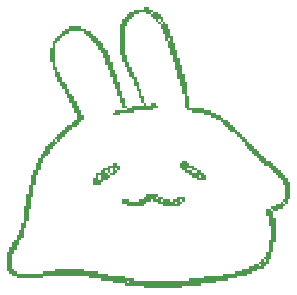
<source format=gbr>
%TF.GenerationSoftware,Altium Limited,Altium Designer,20.1.12 (249)*%
G04 Layer_Color=32896*
%FSLAX26Y26*%
%MOIN*%
%TF.SameCoordinates,640B0342-330B-4233-912D-79817A26F3FE*%
%TF.FilePolarity,Positive*%
%TF.FileFunction,Legend,Bot*%
%TF.Part,Single*%
G01*
G75*
G36*
X1277433Y1346236D02*
X1285433D01*
Y1338236D01*
Y1330236D01*
X1277433D01*
Y1338236D01*
X1269433D01*
Y1330236D01*
X1277433D01*
Y1322236D01*
X1269433D01*
Y1314236D01*
X1253433D01*
Y1322236D01*
X1245433D01*
Y1330236D01*
X1237433D01*
Y1322236D01*
X1245433D01*
Y1314236D01*
X1253433D01*
Y1306236D01*
X1245433D01*
Y1298236D01*
X1229433D01*
Y1290236D01*
X1221433D01*
Y1282236D01*
X1197433D01*
Y1290236D01*
Y1298236D01*
Y1306236D01*
X1205433D01*
Y1314236D01*
Y1322236D01*
X1221433D01*
Y1330236D01*
X1229433D01*
Y1338236D01*
X1245433D01*
Y1346236D01*
X1261433D01*
Y1354236D01*
X1277433D01*
Y1346236D01*
D02*
G37*
G36*
X1509433Y1354236D02*
X1517433D01*
Y1346236D01*
X1533433D01*
Y1338236D01*
X1541433D01*
Y1330236D01*
X1557433D01*
Y1322236D01*
X1565433D01*
Y1314236D01*
X1573433D01*
Y1306236D01*
Y1298236D01*
X1541433D01*
Y1306236D01*
X1525433D01*
Y1314236D01*
X1517433D01*
Y1322236D01*
X1501433D01*
Y1330236D01*
X1493433D01*
Y1338236D01*
X1485433D01*
Y1346236D01*
Y1354236D01*
X1493433D01*
Y1362236D01*
X1509433D01*
Y1354236D01*
D02*
G37*
G36*
X1413433Y1242236D02*
X1429433D01*
Y1234236D01*
X1453433D01*
Y1226236D01*
X1461433D01*
Y1234236D01*
X1477433D01*
Y1242236D01*
X1501433D01*
Y1234236D01*
Y1226236D01*
X1493433D01*
Y1234236D01*
X1485433D01*
Y1226236D01*
X1493433D01*
Y1218236D01*
X1485433D01*
Y1210236D01*
X1429433D01*
Y1218236D01*
X1413433D01*
Y1226236D01*
X1397433D01*
Y1234236D01*
X1389433D01*
Y1226236D01*
X1373433D01*
Y1218236D01*
X1365433D01*
Y1210236D01*
X1309433D01*
Y1218236D01*
X1293433D01*
Y1226236D01*
Y1234236D01*
X1317433D01*
Y1226236D01*
X1349433D01*
Y1234236D01*
X1365433D01*
Y1242236D01*
X1373433D01*
Y1250236D01*
X1413433D01*
Y1242236D01*
D02*
G37*
G36*
X1381433Y1866236D02*
X1397433D01*
Y1858236D01*
X1413433D01*
Y1850236D01*
X1421433D01*
Y1842236D01*
X1429433D01*
Y1834236D01*
Y1826236D01*
X1437433D01*
Y1818236D01*
X1445433D01*
Y1810236D01*
Y1802236D01*
X1453433D01*
Y1794236D01*
Y1786236D01*
Y1778236D01*
X1461433D01*
Y1770236D01*
Y1762236D01*
Y1754236D01*
X1469433D01*
Y1746236D01*
Y1738236D01*
Y1730236D01*
X1477433D01*
Y1722236D01*
Y1714236D01*
Y1706236D01*
X1485433D01*
Y1698236D01*
Y1690236D01*
Y1682236D01*
X1493433D01*
Y1674236D01*
Y1666236D01*
Y1658236D01*
Y1650236D01*
X1501433D01*
Y1642236D01*
Y1634236D01*
Y1626236D01*
X1509433D01*
Y1618236D01*
Y1610236D01*
Y1602236D01*
Y1594236D01*
Y1586236D01*
Y1578236D01*
X1517433D01*
Y1570236D01*
Y1562236D01*
Y1554236D01*
Y1546236D01*
Y1538236D01*
X1565433D01*
Y1530236D01*
X1589433D01*
Y1522236D01*
X1605433D01*
Y1514236D01*
X1621433D01*
Y1506236D01*
X1629433D01*
Y1498236D01*
X1645433D01*
Y1490236D01*
X1653433D01*
Y1482236D01*
X1661433D01*
Y1474236D01*
X1669433D01*
Y1466236D01*
X1677433D01*
Y1458236D01*
X1685433D01*
Y1450236D01*
X1693433D01*
Y1442236D01*
X1701433D01*
Y1434236D01*
X1709433D01*
Y1426236D01*
X1717433D01*
Y1418236D01*
X1725433D01*
Y1410236D01*
X1733433D01*
Y1402236D01*
X1741433D01*
Y1394236D01*
X1749433D01*
Y1386236D01*
X1757433D01*
Y1378236D01*
X1765433D01*
Y1370236D01*
X1773433D01*
Y1362236D01*
X1789433D01*
Y1354236D01*
X1797433D01*
Y1346236D01*
X1805433D01*
Y1338236D01*
X1813433D01*
Y1330236D01*
X1821433D01*
Y1322236D01*
X1829433D01*
Y1314236D01*
X1837433D01*
Y1306236D01*
X1845433D01*
Y1298236D01*
Y1290236D01*
X1853433D01*
Y1282236D01*
Y1274236D01*
Y1266236D01*
Y1258236D01*
Y1250236D01*
Y1242236D01*
Y1234236D01*
X1845433D01*
Y1226236D01*
Y1218236D01*
X1837433D01*
Y1226236D01*
X1829433D01*
Y1234236D01*
X1837433D01*
Y1242236D01*
Y1250236D01*
Y1258236D01*
Y1266236D01*
Y1274236D01*
Y1282236D01*
X1829433D01*
Y1290236D01*
Y1298236D01*
X1821433D01*
Y1306236D01*
X1813433D01*
Y1314236D01*
X1805433D01*
Y1322236D01*
X1797433D01*
Y1330236D01*
X1789433D01*
Y1338236D01*
X1781433D01*
Y1346236D01*
X1765433D01*
Y1354236D01*
X1757433D01*
Y1362236D01*
X1749433D01*
Y1370236D01*
X1741433D01*
Y1378236D01*
X1733433D01*
Y1386236D01*
X1725433D01*
Y1394236D01*
X1717433D01*
Y1402236D01*
X1709433D01*
Y1410236D01*
X1701433D01*
Y1418236D01*
Y1426236D01*
X1693433D01*
Y1434236D01*
X1685433D01*
Y1442236D01*
X1677433D01*
Y1450236D01*
X1669433D01*
Y1458236D01*
X1653433D01*
Y1466236D01*
X1645433D01*
Y1474236D01*
X1637433D01*
Y1482236D01*
X1629433D01*
Y1490236D01*
X1621433D01*
Y1498236D01*
X1605433D01*
Y1506236D01*
X1589433D01*
Y1514236D01*
X1565433D01*
Y1522236D01*
X1525433D01*
Y1530236D01*
X1509433D01*
Y1538236D01*
X1501433D01*
Y1546236D01*
Y1554236D01*
Y1562236D01*
Y1570236D01*
Y1578236D01*
Y1586236D01*
X1493433D01*
Y1594236D01*
Y1602236D01*
Y1610236D01*
X1485433D01*
Y1618236D01*
Y1626236D01*
Y1634236D01*
X1477433D01*
Y1642236D01*
Y1650236D01*
Y1658236D01*
Y1666236D01*
X1469433D01*
Y1674236D01*
Y1682236D01*
Y1690236D01*
X1461433D01*
Y1698236D01*
Y1706236D01*
Y1714236D01*
X1453433D01*
Y1722236D01*
Y1730236D01*
Y1738236D01*
X1445433D01*
Y1746236D01*
Y1754236D01*
Y1762236D01*
X1437433D01*
Y1770236D01*
Y1778236D01*
Y1786236D01*
X1429433D01*
Y1794236D01*
Y1802236D01*
X1421433D01*
Y1810236D01*
Y1818236D01*
X1413433D01*
Y1826236D01*
X1405433D01*
Y1834236D01*
X1397433D01*
Y1842236D01*
X1389433D01*
Y1850236D01*
X1373433D01*
Y1858236D01*
X1349433D01*
Y1850236D01*
X1333433D01*
Y1842236D01*
X1325433D01*
Y1834236D01*
X1317433D01*
Y1826236D01*
X1309433D01*
Y1818236D01*
Y1810236D01*
X1301433D01*
Y1802236D01*
Y1794236D01*
Y1786236D01*
Y1778236D01*
Y1770236D01*
Y1762236D01*
Y1754236D01*
Y1746236D01*
Y1738236D01*
Y1730236D01*
Y1722236D01*
Y1714236D01*
X1309433D01*
Y1706236D01*
Y1698236D01*
Y1690236D01*
X1317433D01*
Y1682236D01*
Y1674236D01*
X1325433D01*
Y1666236D01*
Y1658236D01*
X1333433D01*
Y1650236D01*
Y1642236D01*
X1341433D01*
Y1634236D01*
Y1626236D01*
X1349433D01*
Y1618236D01*
Y1610236D01*
Y1602236D01*
X1357433D01*
Y1594236D01*
Y1586236D01*
Y1578236D01*
X1365433D01*
Y1570236D01*
Y1562236D01*
Y1554236D01*
X1373433D01*
Y1546236D01*
X1389433D01*
Y1554236D01*
X1405433D01*
Y1546236D01*
X1413433D01*
Y1538236D01*
X1397433D01*
Y1530236D01*
X1333433D01*
Y1522236D01*
X1285433D01*
Y1514236D01*
X1261433D01*
Y1522236D01*
X1269433D01*
Y1530236D01*
X1309433D01*
Y1538236D01*
X1293433D01*
Y1546236D01*
Y1554236D01*
X1285433D01*
Y1562236D01*
Y1570236D01*
Y1578236D01*
X1277433D01*
Y1586236D01*
Y1594236D01*
Y1602236D01*
X1269433D01*
Y1610236D01*
Y1618236D01*
X1261433D01*
Y1626236D01*
Y1634236D01*
Y1642236D01*
X1253433D01*
Y1650236D01*
Y1658236D01*
Y1666236D01*
X1245433D01*
Y1674236D01*
Y1682236D01*
X1237433D01*
Y1690236D01*
Y1698236D01*
Y1706236D01*
X1229433D01*
Y1714236D01*
Y1722236D01*
X1221433D01*
Y1730236D01*
X1213433D01*
Y1738236D01*
Y1746236D01*
X1205433D01*
Y1754236D01*
X1197433D01*
Y1762236D01*
X1189433D01*
Y1770236D01*
X1181433D01*
Y1778236D01*
X1173433D01*
Y1786236D01*
X1165433D01*
Y1794236D01*
X1117433D01*
Y1786236D01*
X1101433D01*
Y1778236D01*
X1093433D01*
Y1770236D01*
X1085433D01*
Y1762236D01*
X1077433D01*
Y1754236D01*
X1069433D01*
Y1746236D01*
Y1738236D01*
Y1730236D01*
Y1722236D01*
Y1714236D01*
Y1706236D01*
Y1698236D01*
Y1690236D01*
Y1682236D01*
Y1674236D01*
X1077433D01*
Y1666236D01*
Y1658236D01*
X1085433D01*
Y1650236D01*
Y1642236D01*
X1093433D01*
Y1634236D01*
Y1626236D01*
X1101433D01*
Y1618236D01*
X1109433D01*
Y1610236D01*
Y1602236D01*
X1117433D01*
Y1594236D01*
Y1586236D01*
X1125433D01*
Y1578236D01*
X1133433D01*
Y1570236D01*
Y1562236D01*
X1141433D01*
Y1554236D01*
Y1546236D01*
X1149433D01*
Y1538236D01*
Y1530236D01*
X1157433D01*
Y1522236D01*
Y1514236D01*
X1165433D01*
Y1506236D01*
Y1498236D01*
X1157433D01*
Y1490236D01*
X1149433D01*
Y1482236D01*
X1141433D01*
Y1474236D01*
X1125433D01*
Y1466236D01*
X1117433D01*
Y1458236D01*
X1109433D01*
Y1450236D01*
X1101433D01*
Y1442236D01*
X1093433D01*
Y1434236D01*
X1085433D01*
Y1426236D01*
X1077433D01*
Y1434236D01*
X1069433D01*
Y1442236D01*
X1077433D01*
Y1450236D01*
X1085433D01*
Y1458236D01*
X1093433D01*
Y1466236D01*
X1101433D01*
Y1474236D01*
X1109433D01*
Y1482236D01*
X1125433D01*
Y1490236D01*
X1133433D01*
Y1498236D01*
X1141433D01*
Y1506236D01*
Y1514236D01*
Y1522236D01*
X1133433D01*
Y1530236D01*
Y1538236D01*
X1125433D01*
Y1546236D01*
Y1554236D01*
X1117433D01*
Y1562236D01*
Y1570236D01*
X1109433D01*
Y1578236D01*
Y1586236D01*
X1101433D01*
Y1594236D01*
Y1602236D01*
X1093433D01*
Y1610236D01*
X1085433D01*
Y1618236D01*
Y1626236D01*
X1077433D01*
Y1634236D01*
Y1642236D01*
X1069433D01*
Y1650236D01*
Y1658236D01*
Y1666236D01*
X1061433D01*
Y1674236D01*
Y1682236D01*
Y1690236D01*
X1053433D01*
Y1698236D01*
Y1706236D01*
Y1714236D01*
Y1722236D01*
Y1730236D01*
Y1738236D01*
X1061433D01*
Y1746236D01*
Y1754236D01*
Y1762236D01*
X1069433D01*
Y1770236D01*
X1077433D01*
Y1778236D01*
X1085433D01*
Y1786236D01*
X1093433D01*
Y1794236D01*
X1101433D01*
Y1802236D01*
X1117433D01*
Y1810236D01*
X1157433D01*
Y1802236D01*
X1173433D01*
Y1794236D01*
X1189433D01*
Y1786236D01*
X1197433D01*
Y1778236D01*
X1205433D01*
Y1770236D01*
X1213433D01*
Y1762236D01*
X1221433D01*
Y1754236D01*
X1229433D01*
Y1746236D01*
Y1738236D01*
X1237433D01*
Y1730236D01*
X1245433D01*
Y1722236D01*
Y1714236D01*
X1253433D01*
Y1706236D01*
Y1698236D01*
Y1690236D01*
X1261433D01*
Y1682236D01*
Y1674236D01*
Y1666236D01*
X1269433D01*
Y1658236D01*
Y1650236D01*
X1277433D01*
Y1642236D01*
Y1634236D01*
Y1626236D01*
X1285433D01*
Y1618236D01*
Y1610236D01*
Y1602236D01*
Y1594236D01*
X1293433D01*
Y1586236D01*
Y1578236D01*
Y1570236D01*
X1301433D01*
Y1562236D01*
Y1554236D01*
Y1546236D01*
X1309433D01*
Y1538236D01*
X1325433D01*
Y1546236D01*
X1365433D01*
Y1554236D01*
X1357433D01*
Y1562236D01*
Y1570236D01*
X1349433D01*
Y1578236D01*
Y1586236D01*
Y1594236D01*
X1341433D01*
Y1602236D01*
Y1610236D01*
X1333433D01*
Y1618236D01*
Y1626236D01*
Y1634236D01*
X1325433D01*
Y1642236D01*
X1317433D01*
Y1650236D01*
Y1658236D01*
X1309433D01*
Y1666236D01*
Y1674236D01*
X1301433D01*
Y1682236D01*
Y1690236D01*
X1293433D01*
Y1698236D01*
Y1706236D01*
Y1714236D01*
X1285433D01*
Y1722236D01*
Y1730236D01*
Y1738236D01*
Y1746236D01*
Y1754236D01*
Y1762236D01*
Y1770236D01*
Y1778236D01*
Y1786236D01*
Y1794236D01*
Y1802236D01*
Y1810236D01*
Y1818236D01*
X1293433D01*
Y1826236D01*
Y1834236D01*
X1301433D01*
Y1842236D01*
X1309433D01*
Y1850236D01*
X1317433D01*
Y1858236D01*
X1333433D01*
Y1866236D01*
X1365433D01*
Y1874236D01*
X1381433D01*
Y1866236D01*
D02*
G37*
G36*
X1829433Y1218236D02*
X1837433D01*
Y1210236D01*
X1829433D01*
Y1202236D01*
X1813433D01*
Y1194236D01*
X1797433D01*
Y1202236D01*
X1789433D01*
Y1210236D01*
X1805433D01*
Y1218236D01*
X1821433D01*
Y1226236D01*
X1829433D01*
Y1218236D01*
D02*
G37*
G36*
X1069433Y1426236D02*
X1077433D01*
Y1418236D01*
X1069433D01*
Y1410236D01*
X1061433D01*
Y1402236D01*
X1053433D01*
Y1394236D01*
Y1386236D01*
X1045433D01*
Y1378236D01*
X1037433D01*
Y1370236D01*
X1029433D01*
Y1362236D01*
Y1354236D01*
X1021433D01*
Y1346236D01*
Y1338236D01*
Y1330236D01*
X1013433D01*
Y1322236D01*
Y1314236D01*
X1005433D01*
Y1306236D01*
Y1298236D01*
Y1290236D01*
Y1282236D01*
X997433D01*
Y1274236D01*
Y1266236D01*
Y1258236D01*
Y1250236D01*
Y1242236D01*
X989433D01*
Y1234236D01*
Y1226236D01*
Y1218236D01*
Y1210236D01*
Y1202236D01*
X981433D01*
Y1194236D01*
Y1186236D01*
Y1178236D01*
Y1170236D01*
Y1162236D01*
X973433D01*
Y1154236D01*
Y1146236D01*
Y1138236D01*
X965433D01*
Y1130236D01*
Y1122236D01*
Y1114236D01*
Y1106236D01*
X957433D01*
Y1098236D01*
X949433D01*
Y1090236D01*
Y1082236D01*
X941433D01*
Y1074236D01*
Y1066236D01*
X933433D01*
Y1058236D01*
Y1050236D01*
X925433D01*
Y1042236D01*
Y1034236D01*
Y1026236D01*
Y1018236D01*
Y1010236D01*
Y1002236D01*
X933433D01*
Y994236D01*
X941433D01*
Y986236D01*
X1029433D01*
Y994236D01*
X1069433D01*
Y1002236D01*
X1165433D01*
Y994236D01*
X1213433D01*
Y986236D01*
X1245433D01*
Y978236D01*
X1301433D01*
Y970236D01*
X1333433D01*
Y962236D01*
X1517433D01*
Y970236D01*
X1565433D01*
Y978236D01*
X1629433D01*
Y986236D01*
X1669433D01*
Y994236D01*
X1693433D01*
Y1002236D01*
X1717433D01*
Y1010236D01*
X1733433D01*
Y1018236D01*
X1749433D01*
Y1010236D01*
X1757433D01*
Y1018236D01*
X1749433D01*
Y1026236D01*
X1757433D01*
Y1034236D01*
X1765433D01*
Y1026236D01*
X1773433D01*
Y1034236D01*
X1765433D01*
Y1042236D01*
X1773433D01*
Y1050236D01*
Y1058236D01*
X1781433D01*
Y1066236D01*
Y1074236D01*
Y1082236D01*
Y1090236D01*
Y1098236D01*
X1789433D01*
Y1106236D01*
Y1114236D01*
Y1122236D01*
Y1130236D01*
Y1138236D01*
Y1146236D01*
X1781433D01*
Y1154236D01*
Y1162236D01*
Y1170236D01*
Y1178236D01*
X1773433D01*
Y1186236D01*
Y1194236D01*
Y1202236D01*
X1789433D01*
Y1194236D01*
X1797433D01*
Y1186236D01*
Y1178236D01*
Y1170236D01*
X1805433D01*
Y1162236D01*
Y1154236D01*
Y1146236D01*
Y1138236D01*
Y1130236D01*
Y1122236D01*
Y1114236D01*
Y1106236D01*
Y1098236D01*
Y1090236D01*
X1797433D01*
Y1082236D01*
Y1074236D01*
Y1066236D01*
Y1058236D01*
X1789433D01*
Y1050236D01*
Y1042236D01*
Y1034236D01*
X1781433D01*
Y1026236D01*
Y1018236D01*
X1773433D01*
Y1010236D01*
X1765433D01*
Y1002236D01*
X1741433D01*
Y994236D01*
X1725433D01*
Y986236D01*
X1709433D01*
Y978236D01*
X1677433D01*
Y970236D01*
X1645433D01*
Y962236D01*
X1605433D01*
Y954236D01*
X1557433D01*
Y946236D01*
X1493433D01*
Y938236D01*
X1365433D01*
Y946236D01*
X1301433D01*
Y954236D01*
X1261433D01*
Y962236D01*
X1221433D01*
Y970236D01*
X1181433D01*
Y978236D01*
X1029433D01*
Y970236D01*
X941433D01*
Y978236D01*
X925433D01*
Y986236D01*
X917433D01*
Y994236D01*
X909433D01*
Y1002236D01*
Y1010236D01*
Y1018236D01*
Y1026236D01*
Y1034236D01*
Y1042236D01*
Y1050236D01*
Y1058236D01*
X917433D01*
Y1066236D01*
Y1074236D01*
X925433D01*
Y1082236D01*
Y1090236D01*
X933433D01*
Y1098236D01*
X941433D01*
Y1106236D01*
Y1114236D01*
X949433D01*
Y1122236D01*
Y1130236D01*
X957433D01*
Y1138236D01*
Y1146236D01*
Y1154236D01*
X965433D01*
Y1162236D01*
Y1170236D01*
Y1178236D01*
Y1186236D01*
Y1194236D01*
Y1202236D01*
Y1210236D01*
X973433D01*
Y1218236D01*
Y1226236D01*
Y1234236D01*
Y1242236D01*
Y1250236D01*
X981433D01*
Y1258236D01*
Y1266236D01*
Y1274236D01*
Y1282236D01*
X989433D01*
Y1290236D01*
Y1298236D01*
Y1306236D01*
Y1314236D01*
X997433D01*
Y1322236D01*
Y1330236D01*
X1005433D01*
Y1338236D01*
Y1346236D01*
Y1354236D01*
X1013433D01*
Y1362236D01*
Y1370236D01*
X1021433D01*
Y1378236D01*
Y1386236D01*
X1029433D01*
Y1394236D01*
X1037433D01*
Y1402236D01*
Y1410236D01*
X1045433D01*
Y1418236D01*
X1053433D01*
Y1426236D01*
X1061433D01*
Y1434236D01*
X1069433D01*
Y1426236D01*
D02*
G37*
%LPC*%
G36*
X1261433Y1338236D02*
X1253433D01*
Y1330236D01*
Y1322236D01*
X1261433D01*
Y1330236D01*
Y1338236D01*
D02*
G37*
G36*
X1221433Y1314236D02*
X1213433D01*
Y1306236D01*
Y1298236D01*
X1221433D01*
Y1306236D01*
Y1314236D01*
D02*
G37*
G36*
X1525433Y1338236D02*
X1509433D01*
Y1330236D01*
X1525433D01*
Y1322236D01*
X1541433D01*
Y1330236D01*
X1525433D01*
Y1338236D01*
D02*
G37*
G36*
X1557433Y1314236D02*
X1549433D01*
Y1306236D01*
X1557433D01*
Y1314236D01*
D02*
G37*
G36*
X1413433Y1242236D02*
X1405433D01*
Y1234236D01*
X1413433D01*
Y1242236D01*
D02*
G37*
G36*
X1429433Y1234236D02*
X1421433D01*
Y1226236D01*
X1429433D01*
Y1234236D01*
D02*
G37*
G36*
X1477433Y1226236D02*
X1469433D01*
Y1218236D01*
X1477433D01*
Y1226236D01*
D02*
G37*
G36*
X1397433Y1858236D02*
X1389433D01*
Y1850236D01*
X1397433D01*
Y1858236D01*
D02*
G37*
G36*
X1421433Y1834236D02*
X1413433D01*
Y1826236D01*
X1421433D01*
Y1818236D01*
X1429433D01*
Y1826236D01*
X1421433D01*
Y1834236D01*
D02*
G37*
G36*
X1453433Y1770236D02*
X1445433D01*
Y1762236D01*
X1453433D01*
Y1770236D01*
D02*
G37*
G36*
X1317433Y962236D02*
X1309433D01*
Y954236D01*
X1317433D01*
Y962236D01*
D02*
G37*
%LPD*%
%TF.MD5,f0e67cc602cf76b0c83bc00ce58d78d9*%
M02*

</source>
